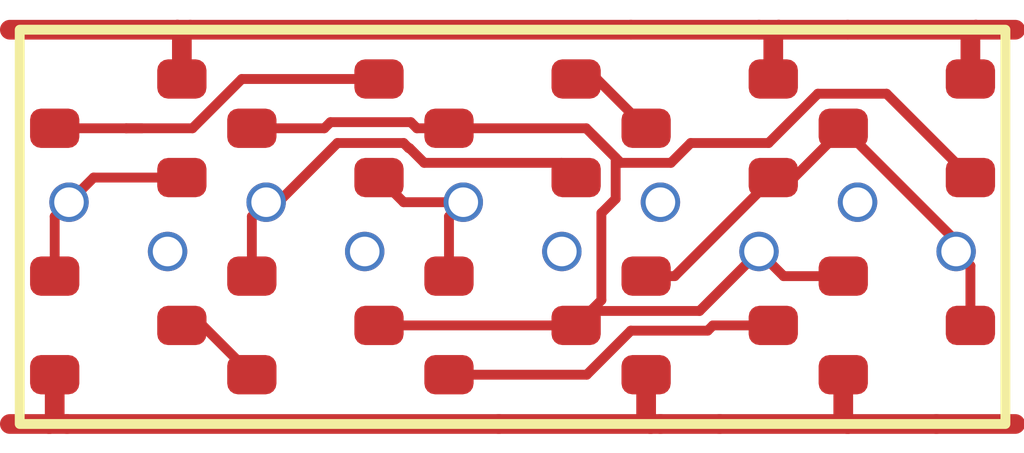
<source format=kicad_pcb>
(kicad_pcb (version 20241229) (generator "pcbnew") (generator_version "9.0")
  (layers (0 "F.Cu" signal) (2 "B.Cu" signal) (13 "F.Paste" user) (15 "B.Paste" user) (5 "F.SilkS" user "F.Silkscreen") (7 "B.SilkS" user "B.Silkscreen") (1 "F.Mask" user) (3 "B.Mask" user) (25 "Edge.Cuts" user))
  (net 0 "")
  (net 1 "GND")
  (net 2 "VDD")
  (net 3 "D")
  (net 4 "NOT1.intN")
  (net 5 "CLK")
  (net 6 "nQ")
  (net 7 "NOT1.intP")
  (net 8 "nCLK")
  (net 9 "Q")
  (net 10 "NOT3.intN")
  (net 11 "NOT3.intP")
  (footprint "RV523:SOT523" (layer "F.Cu") (at 9 3)
    (property "Reference" "NOT2.N1" (hide yes))
    (property "Value" "" (hide yes))
    (pad "1" smd roundrect (at -0.645 -0.5 180) (size 0.5 0.399) (layers "F.Cu" "F.Mask" "F.Paste") (roundrect_rratio 0.275) (net 6 "nQ"))
    (pad "2" smd roundrect (at -0.645 0.5 180) (size 0.5 0.399) (layers "F.Cu" "F.Mask" "F.Paste") (roundrect_rratio 0.275) (net 1 "GND"))
    (pad "3" smd roundrect (at 0.645 0 180) (size 0.5 0.399) (layers "F.Cu" "F.Mask" "F.Paste") (roundrect_rratio 0.275) (net 9 "Q"))
  )
  (footprint "RV523:SOT523" (layer "F.Cu") (at 7 1 180)
    (property "Reference" "NOT3.P1" (hide yes))
    (property "Value" "" (hide yes))
    (pad "1" smd roundrect (at -0.645 -0.5) (size 0.5 0.399) (layers "F.Cu" "F.Mask" "F.Paste") (roundrect_rratio 0.275) (net 9 "Q"))
    (pad "2" smd roundrect (at -0.645 0.5) (size 0.5 0.399) (layers "F.Cu" "F.Mask" "F.Paste") (roundrect_rratio 0.275) (net 2 "VDD"))
    (pad "3" smd roundrect (at 0.645 0) (size 0.5 0.399) (layers "F.Cu" "F.Mask" "F.Paste") (roundrect_rratio 0.275) (net 11 "NOT3.intP"))
  )
  (footprint "RV523:SOT523" (layer "F.Cu") (at 1 3)
    (property "Reference" "NOT1.N1" (hide yes))
    (property "Value" "" (hide yes))
    (pad "1" smd roundrect (at -0.645 -0.5 180) (size 0.5 0.399) (layers "F.Cu" "F.Mask" "F.Paste") (roundrect_rratio 0.275) (net 3 "D"))
    (pad "2" smd roundrect (at -0.645 0.5 180) (size 0.5 0.399) (layers "F.Cu" "F.Mask" "F.Paste") (roundrect_rratio 0.275) (net 1 "GND"))
    (pad "3" smd roundrect (at 0.645 0 180) (size 0.5 0.399) (layers "F.Cu" "F.Mask" "F.Paste") (roundrect_rratio 0.275) (net 4 "NOT1.intN"))
  )
  (footprint "RV523:SOT523" (layer "F.Cu") (at 9 1 180)
    (property "Reference" "NOT2.P1" (hide yes))
    (property "Value" "" (hide yes))
    (pad "1" smd roundrect (at -0.645 -0.5) (size 0.5 0.399) (layers "F.Cu" "F.Mask" "F.Paste") (roundrect_rratio 0.275) (net 6 "nQ"))
    (pad "2" smd roundrect (at -0.645 0.5) (size 0.5 0.399) (layers "F.Cu" "F.Mask" "F.Paste") (roundrect_rratio 0.275) (net 2 "VDD"))
    (pad "3" smd roundrect (at 0.645 0) (size 0.5 0.399) (layers "F.Cu" "F.Mask" "F.Paste") (roundrect_rratio 0.275) (net 9 "Q"))
  )
  (footprint "RV523:SOT523" (layer "F.Cu") (at 7 3)
    (property "Reference" "NOT3.N1" (hide yes))
    (property "Value" "" (hide yes))
    (pad "1" smd roundrect (at -0.645 -0.5 180) (size 0.5 0.399) (layers "F.Cu" "F.Mask" "F.Paste") (roundrect_rratio 0.275) (net 9 "Q"))
    (pad "2" smd roundrect (at -0.645 0.5 180) (size 0.5 0.399) (layers "F.Cu" "F.Mask" "F.Paste") (roundrect_rratio 0.275) (net 1 "GND"))
    (pad "3" smd roundrect (at 0.645 0 180) (size 0.5 0.399) (layers "F.Cu" "F.Mask" "F.Paste") (roundrect_rratio 0.275) (net 10 "NOT3.intN"))
  )
  (footprint "RV523:SOT523" (layer "F.Cu") (at 5 3)
    (property "Reference" "NOT3.N2" (hide yes))
    (property "Value" "" (hide yes))
    (pad "1" smd roundrect (at -0.645 -0.5 180) (size 0.5 0.399) (layers "F.Cu" "F.Mask" "F.Paste") (roundrect_rratio 0.275) (net 8 "nCLK"))
    (pad "2" smd roundrect (at -0.645 0.5 180) (size 0.5 0.399) (layers "F.Cu" "F.Mask" "F.Paste") (roundrect_rratio 0.275) (net 10 "NOT3.intN"))
    (pad "3" smd roundrect (at 0.645 0 180) (size 0.5 0.399) (layers "F.Cu" "F.Mask" "F.Paste") (roundrect_rratio 0.275) (net 6 "nQ"))
  )
  (footprint "RV523:SOT523" (layer "F.Cu") (at 3 3)
    (property "Reference" "NOT1.N2" (hide yes))
    (property "Value" "" (hide yes))
    (pad "1" smd roundrect (at -0.645 -0.5 180) (size 0.5 0.399) (layers "F.Cu" "F.Mask" "F.Paste") (roundrect_rratio 0.275) (net 5 "CLK"))
    (pad "2" smd roundrect (at -0.645 0.5 180) (size 0.5 0.399) (layers "F.Cu" "F.Mask" "F.Paste") (roundrect_rratio 0.275) (net 4 "NOT1.intN"))
    (pad "3" smd roundrect (at 0.645 0 180) (size 0.5 0.399) (layers "F.Cu" "F.Mask" "F.Paste") (roundrect_rratio 0.275) (net 6 "nQ"))
  )
  (footprint "RV523:SOT523" (layer "F.Cu") (at 3 1 180)
    (property "Reference" "NOT1.P2" (hide yes))
    (property "Value" "" (hide yes))
    (pad "1" smd roundrect (at -0.645 -0.5) (size 0.5 0.399) (layers "F.Cu" "F.Mask" "F.Paste") (roundrect_rratio 0.275) (net 8 "nCLK"))
    (pad "2" smd roundrect (at -0.645 0.5) (size 0.5 0.399) (layers "F.Cu" "F.Mask" "F.Paste") (roundrect_rratio 0.275) (net 7 "NOT1.intP"))
    (pad "3" smd roundrect (at 0.645 0) (size 0.5 0.399) (layers "F.Cu" "F.Mask" "F.Paste") (roundrect_rratio 0.275) (net 6 "nQ"))
  )
  (footprint "RV523:SOT523" (layer "F.Cu") (at 5 1 180)
    (property "Reference" "NOT3.P2" (hide yes))
    (property "Value" "" (hide yes))
    (pad "1" smd roundrect (at -0.645 -0.5) (size 0.5 0.399) (layers "F.Cu" "F.Mask" "F.Paste") (roundrect_rratio 0.275) (net 5 "CLK"))
    (pad "2" smd roundrect (at -0.645 0.5) (size 0.5 0.399) (layers "F.Cu" "F.Mask" "F.Paste") (roundrect_rratio 0.275) (net 11 "NOT3.intP"))
    (pad "3" smd roundrect (at 0.645 0) (size 0.5 0.399) (layers "F.Cu" "F.Mask" "F.Paste") (roundrect_rratio 0.275) (net 6 "nQ"))
  )
  (footprint "RV523:SOT523" (layer "F.Cu") (at 1 1 180)
    (property "Reference" "NOT1.P1" (hide yes))
    (property "Value" "" (hide yes))
    (pad "1" smd roundrect (at -0.645 -0.5) (size 0.5 0.399) (layers "F.Cu" "F.Mask" "F.Paste") (roundrect_rratio 0.275) (net 3 "D"))
    (pad "2" smd roundrect (at -0.645 0.5) (size 0.5 0.399) (layers "F.Cu" "F.Mask" "F.Paste") (roundrect_rratio 0.275) (net 2 "VDD"))
    (pad "3" smd roundrect (at 0.645 0) (size 0.5 0.399) (layers "F.Cu" "F.Mask" "F.Paste") (roundrect_rratio 0.275) (net 7 "NOT1.intP"))
  )
  (gr_rect (start 0 0) (end 10 4) (stroke (width 0.1)) (fill no) (layer "F.SilkS"))
  (via (at 6.5 1.75) (size 0.4) (drill 0.3) (layers "F.Cu" "B.Cu") (net 0))
  (via (at 3.5 2.25) (size 0.4) (drill 0.3) (layers "F.Cu" "B.Cu") (net 0))
  (via (at 1.5 2.25) (size 0.4) (drill 0.3) (layers "F.Cu" "B.Cu") (net 0))
  (via (at 5.5 2.25) (size 0.4) (drill 0.3) (layers "F.Cu" "B.Cu") (net 0))
  (via (at 8.5 1.75) (size 0.4) (drill 0.3) (layers "F.Cu" "B.Cu") (net 0))
  (segment (start -0.1 4) (end 0.3 4) (width 0.2) (layer "F.Cu") (net 1))
  (segment (start 6.355 3.5) (end 6.355 3.955) (width 0.2) (layer "F.Cu") (net 1))
  (segment (start 8.4 4) (end 9.3 4) (width 0.2) (layer "F.Cu") (net 1))
  (segment (start 6.355 3.955) (end 6.4 4) (width 0.2) (layer "F.Cu") (net 1))
  (segment (start 0.355 3.945) (end 0.3 4) (width 0.2) (layer "F.Cu") (net 1))
  (segment (start 8.355 3.955) (end 8.4 4) (width 0.2) (layer "F.Cu") (net 1))
  (segment (start 0.48 4) (end 4.86 4) (width 0.2) (layer "F.Cu") (net 1))
  (segment (start 0.3 4) (end 0.48 4) (width 0.2) (layer "F.Cu") (net 1))
  (segment (start 6.4 4) (end 6.5 4) (width 0.2) (layer "F.Cu") (net 1))
  (segment (start 8.355 3.5) (end 8.355 3.955) (width 0.2) (layer "F.Cu") (net 1))
  (segment (start 6.5 4) (end 7.1 4) (width 0.2) (layer "F.Cu") (net 1))
  (segment (start 9.3 4) (end 10.1 4) (width 0.2) (layer "F.Cu") (net 1))
  (segment (start 4.86 4) (end 6.4 4) (width 0.2) (layer "F.Cu") (net 1))
  (segment (start 0.355 3.5) (end 0.355 3.945) (width 0.2) (layer "F.Cu") (net 1))
  (segment (start 7.1 4) (end 8.4 4) (width 0.2) (layer "F.Cu") (net 1))
  (segment (start 1.645 0.045) (end 1.6 0) (width 0.2) (layer "F.Cu") (net 2))
  (segment (start 9.7 0) (end 10.1 0) (width 0.2) (layer "F.Cu") (net 2))
  (segment (start 7.645 0.055) (end 7.7 0) (width 0.2) (layer "F.Cu") (net 2))
  (segment (start 7.645 0.5) (end 7.645 0.055) (width 0.2) (layer "F.Cu") (net 2))
  (segment (start 7.5 0) (end 7.7 0) (width 0.2) (layer "F.Cu") (net 2))
  (segment (start -0.1 0) (end 1.6 0) (width 0.2) (layer "F.Cu") (net 2))
  (segment (start 6.2 0) (end 7.5 0) (width 0.2) (layer "F.Cu") (net 2))
  (segment (start 7.7 0) (end 8.4 0) (width 0.2) (layer "F.Cu") (net 2))
  (segment (start 1.6 0) (end 1.73 0) (width 0.2) (layer "F.Cu") (net 2))
  (segment (start 9.645 0.5) (end 9.645 0.055) (width 0.2) (layer "F.Cu") (net 2))
  (segment (start 1.73 0) (end 6.2 0) (width 0.2) (layer "F.Cu") (net 2))
  (segment (start 9.645 0.055) (end 9.7 0) (width 0.2) (layer "F.Cu") (net 2))
  (segment (start 1.645 0.5) (end 1.645 0.045) (width 0.2) (layer "F.Cu") (net 2))
  (segment (start 8.4 0) (end 9.7 0) (width 0.2) (layer "F.Cu") (net 2))
  (segment (start 1.645 1.5) (end 0.75 1.5) (width 0.1) (layer "F.Cu") (net 3))
  (segment (start 0.355 2.5) (end 0.355 1.895) (width 0.1) (layer "F.Cu") (net 3))
  (segment (start 0.355 1.895) (end 0.5 1.75) (width 0.1) (layer "F.Cu") (net 3))
  (segment (start 0.75 1.5) (end 0.5 1.75) (width 0.1) (layer "F.Cu") (net 3))
  (via (at 0.5 1.75) (size 0.4) (drill 0.3) (layers "F.Cu" "B.Cu") (net 3))
  (segment (start 1.645 3) (end 1.855 3) (width 0.1) (layer "F.Cu") (net 4))
  (segment (start 1.855 3) (end 2.355 3.5) (width 0.1) (layer "F.Cu") (net 4))
  (segment (start 3.954188 1.201) (end 3.946398 1.201) (width 0.1) (layer "F.Cu") (net 5))
  (segment (start 4.103688 1.3505) (end 3.954188 1.201) (width 0.1) (layer "F.Cu") (net 5))
  (segment (start 2.355 2.5) (end 2.355 1.895) (width 0.1) (layer "F.Cu") (net 5))
  (segment (start 3.2235 1.1495) (end 2.623 1.75) (width 0.1) (layer "F.Cu") (net 5))
  (segment (start 3.894897 1.1495) (end 3.2235 1.1495) (width 0.1) (layer "F.Cu") (net 5))
  (segment (start 3.946398 1.201) (end 3.894897 1.1495) (width 0.1) (layer "F.Cu") (net 5))
  (segment (start 2.623 1.75) (end 2.5 1.75) (width 0.1) (layer "F.Cu") (net 5))
  (segment (start 2.355 1.895) (end 2.5 1.75) (width 0.1) (layer "F.Cu") (net 5))
  (segment (start 5.645 1.5) (end 5.4955 1.3505) (width 0.1) (layer "F.Cu") (net 5))
  (segment (start 5.4955 1.3505) (end 4.103688 1.3505) (width 0.1) (layer "F.Cu") (net 5))
  (via (at 2.5 1.75) (size 0.4) (drill 0.3) (layers "F.Cu" "B.Cu") (net 5))
  (segment (start 7.597312 1.1495) (end 6.807312 1.1495) (width 0.1) (layer "F.Cu") (net 6))
  (segment (start 6.606312 1.3505) (end 6.097312 1.3505) (width 0.1) (layer "F.Cu") (net 6))
  (segment (start 3.090157 1) (end 3.152157 0.938) (width 0.1) (layer "F.Cu") (net 6))
  (segment (start 6.046 1.299188) (end 5.813406 1.066594) (width 0.1) (layer "F.Cu") (net 6))
  (segment (start 6.046 1.716) (end 6.046 1.299188) (width 0.1) (layer "F.Cu") (net 6))
  (segment (start 2.355 1) (end 3.090157 1) (width 0.1) (layer "F.Cu") (net 6))
  (segment (start 4.029654 1) (end 4.355 1) (width 0.1) (layer "F.Cu") (net 6))
  (segment (start 6.807312 1.1495) (end 6.606312 1.3505) (width 0.1) (layer "F.Cu") (net 6))
  (segment (start 8.355 2.5) (end 7.75 2.5) (width 0.1) (layer "F.Cu") (net 6))
  (segment (start 3.152157 0.938) (end 3.967654 0.938) (width 0.1) (layer "F.Cu") (net 6))
  (segment (start 5.746812 1) (end 4.355 1) (width 0.1) (layer "F.Cu") (net 6))
  (segment (start 7.75 2.5) (end 7.5 2.25) (width 0.1) (layer "F.Cu") (net 6))
  (segment (start 8.7945 0.6495) (end 8.097312 0.6495) (width 0.1) (layer "F.Cu") (net 6))
  (segment (start 3.645 3) (end 5.645 3) (width 0.1) (layer "F.Cu") (net 6))
  (segment (start 9.645 1.5) (end 8.7945 0.6495) (width 0.1) (layer "F.Cu") (net 6))
  (segment (start 5.901 2.744) (end 5.901 1.861) (width 0.1) (layer "F.Cu") (net 6))
  (segment (start 5.645 3) (end 5.79175 2.85325) (width 0.1) (layer "F.Cu") (net 6))
  (segment (start 8.097312 0.6495) (end 7.597312 1.1495) (width 0.1) (layer "F.Cu") (net 6))
  (segment (start 6.89675 2.85325) (end 7.5 2.25) (width 0.1) (layer "F.Cu") (net 6))
  (segment (start 5.901 1.861) (end 6.046 1.716) (width 0.1) (layer "F.Cu") (net 6))
  (segment (start 3.967654 0.938) (end 4.029654 1) (width 0.1) (layer "F.Cu") (net 6))
  (segment (start 5.645 3) (end 5.901 2.744) (width 0.1) (layer "F.Cu") (net 6))
  (segment (start 5.79175 2.85325) (end 6.89675 2.85325) (width 0.1) (layer "F.Cu") (net 6))
  (segment (start 6.097312 1.3505) (end 5.746812 1) (width 0.1) (layer "F.Cu") (net 6))
  (via (at 7.5 2.25) (size 0.4) (drill 0.3) (layers "F.Cu" "B.Cu") (net 6))
  (segment (start 2.252842 0.5) (end 3.645 0.5) (width 0.1) (layer "F.Cu") (net 7))
  (segment (start 1.752842 1) (end 2.252842 0.5) (width 0.1) (layer "F.Cu") (net 7))
  (segment (start 1.08 1) (end 1.752842 1) (width 0.1) (layer "F.Cu") (net 7))
  (segment (start 1.08 1) (end 1.24 1) (width 0.1) (layer "F.Cu") (net 7))
  (segment (start 0.355 1) (end 1.08 1) (width 0.1) (layer "F.Cu") (net 7))
  (segment (start 4.355 2.5) (end 4.355 1.895) (width 0.1) (layer "F.Cu") (net 8))
  (segment (start 4.355 1.895) (end 4.5 1.75) (width 0.1) (layer "F.Cu") (net 8))
  (segment (start 3.645 1.5) (end 3.895 1.75) (width 0.1) (layer "F.Cu") (net 8))
  (segment (start 3.895 1.75) (end 4.5 1.75) (width 0.1) (layer "F.Cu") (net 8))
  (via (at 4.5 1.75) (size 0.4) (drill 0.3) (layers "F.Cu" "B.Cu") (net 8))
  (segment (start 9.5 2.145) (end 9.5 2.25) (width 0.1) (layer "F.Cu") (net 9))
  (segment (start 6.355 2.5) (end 6.645 2.5) (width 0.1) (layer "F.Cu") (net 9))
  (segment (start 9.645 2.395) (end 9.5 2.25) (width 0.1) (layer "F.Cu") (net 9))
  (segment (start 7.855 1.5) (end 8.355 1) (width 0.1) (layer "F.Cu") (net 9))
  (segment (start 9.645 3) (end 9.645 2.395) (width 0.1) (layer "F.Cu") (net 9))
  (segment (start 6.645 2.5) (end 7.645 1.5) (width 0.1) (layer "F.Cu") (net 9))
  (segment (start 8.355 1) (end 9.5 2.145) (width 0.1) (layer "F.Cu") (net 9))
  (segment (start 7.645 1.5) (end 7.855 1.5) (width 0.1) (layer "F.Cu") (net 9))
  (via (at 9.5 2.25) (size 0.4) (drill 0.3) (layers "F.Cu" "B.Cu") (net 9))
  (segment (start 4.355 3.5) (end 5.752842 3.5) (width 0.1) (layer "F.Cu") (net 10))
  (segment (start 6.979592 3.05325) (end 7.032843 3) (width 0.1) (layer "F.Cu") (net 10))
  (segment (start 5.752842 3.5) (end 6.199592 3.05325) (width 0.1) (layer "F.Cu") (net 10))
  (segment (start 6.199592 3.05325) (end 6.979592 3.05325) (width 0.1) (layer "F.Cu") (net 10))
  (segment (start 7.032843 3) (end 7.645 3) (width 0.1) (layer "F.Cu") (net 10))
  (segment (start 5.645 0.5) (end 5.855 0.5) (width 0.1) (layer "F.Cu") (net 11))
  (segment (start 5.855 0.5) (end 6.355 1) (width 0.1) (layer "F.Cu") (net 11))
)
</source>
